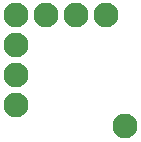
<source format=gbs>
G04 Layer: BottomSolderMaskLayer*
G04 EasyEDA v6.5.22, 2023-01-29 16:20:57*
G04 7520cde8495a43b9bb6cbe3639bf649a,cd312f753a894c7fad135853063bf967,10*
G04 Gerber Generator version 0.2*
G04 Scale: 100 percent, Rotated: No, Reflected: No *
G04 Dimensions in millimeters *
G04 leading zeros omitted , absolute positions ,4 integer and 5 decimal *
%FSLAX45Y45*%
%MOMM*%

%ADD10C,2.1016*%

%LPD*%
D10*
G01*
X990600Y-228600D03*
G01*
X228600Y-228600D03*
G01*
X482600Y-228600D03*
G01*
X736600Y-228600D03*
G01*
X228600Y-990600D03*
G01*
X228600Y-736600D03*
G01*
X228600Y-482600D03*
G01*
X1155700Y-1168400D03*
M02*

</source>
